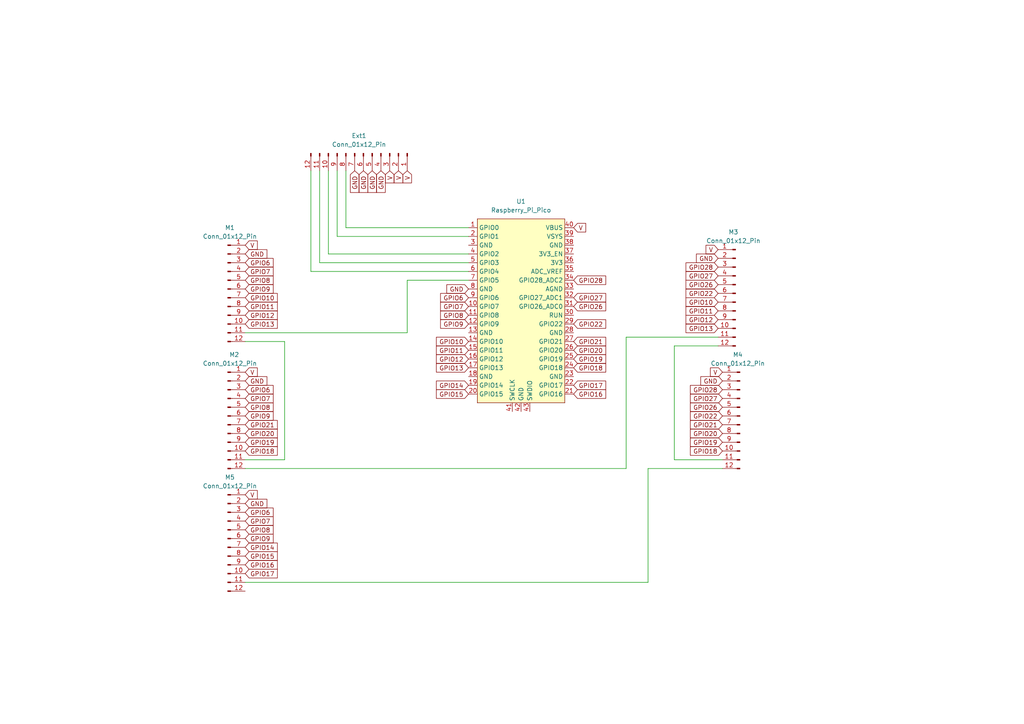
<source format=kicad_sch>
(kicad_sch (version 20231120) (generator "eeschema") (generator_version "8.0")
  (paper "A4")
  (lib_symbols
    (symbol "Connector:Conn_01x12_Pin" (pin_names (offset 1.016) hide)
      (property "Reference" "J" (at 0 15.24 0))
      (property "Value" "Conn_01x12_Pin" (at 0 -17.78 0))
      (symbol "Conn_01x12_Pin_1_1"
        (polyline (pts (xy 1.27 -15.24) (xy 0.8636 -15.24)) (stroke (width 0.1524)))
        (polyline (pts (xy 1.27 -12.7) (xy 0.8636 -12.7)) (stroke (width 0.1524)))
        (polyline (pts (xy 1.27 -10.16) (xy 0.8636 -10.16)) (stroke (width 0.1524)))
        (polyline (pts (xy 1.27 -7.62) (xy 0.8636 -7.62)) (stroke (width 0.1524)))
        (polyline (pts (xy 1.27 -5.08) (xy 0.8636 -5.08)) (stroke (width 0.1524)))
        (polyline (pts (xy 1.27 -2.54) (xy 0.8636 -2.54)) (stroke (width 0.1524)))
        (polyline (pts (xy 1.27 0) (xy 0.8636 0)) (stroke (width 0.1524)))
        (polyline (pts (xy 1.27 2.54) (xy 0.8636 2.54)) (stroke (width 0.1524)))
        (polyline (pts (xy 1.27 5.08) (xy 0.8636 5.08)) (stroke (width 0.1524)))
        (polyline (pts (xy 1.27 7.62) (xy 0.8636 7.62)) (stroke (width 0.1524)))
        (polyline (pts (xy 1.27 10.16) (xy 0.8636 10.16)) (stroke (width 0.1524)))
        (polyline (pts (xy 1.27 12.7) (xy 0.8636 12.7)) (stroke (width 0.1524)))
        (rectangle (start 0.8636 -15.113) (end 0 -15.367) (stroke (width 0.1524)) (fill (type outline)))
        (rectangle (start 0.8636 -12.573) (end 0 -12.827) (stroke (width 0.1524)) (fill (type outline)))
        (rectangle (start 0.8636 -10.033) (end 0 -10.287) (stroke (width 0.1524)) (fill (type outline)))
        (rectangle (start 0.8636 -7.493) (end 0 -7.747) (stroke (width 0.1524)) (fill (type outline)))
        (rectangle (start 0.8636 -4.953) (end 0 -5.207) (stroke (width 0.1524)) (fill (type outline)))
        (rectangle (start 0.8636 -2.413) (end 0 -2.667) (stroke (width 0.1524)) (fill (type outline)))
        (rectangle (start 0.8636 0.127) (end 0 -0.127) (stroke (width 0.1524)) (fill (type outline)))
        (rectangle (start 0.8636 2.667) (end 0 2.413) (stroke (width 0.1524)) (fill (type outline)))
        (rectangle (start 0.8636 5.207) (end 0 4.953) (stroke (width 0.1524)) (fill (type outline)))
        (rectangle (start 0.8636 7.747) (end 0 7.493) (stroke (width 0.1524)) (fill (type outline)))
        (rectangle (start 0.8636 10.287) (end 0 10.033) (stroke (width 0.1524)) (fill (type outline)))
        (rectangle (start 0.8636 12.827) (end 0 12.573) (stroke (width 0.1524)) (fill (type outline)))
        (pin passive line (at 5.08 12.7 180) (length 3.81) (name "Pin_1") (number "1"))
        (pin passive line (at 5.08 -10.16 180) (length 3.81) (name "Pin_10") (number "10"))
        (pin passive line (at 5.08 -12.7 180) (length 3.81) (name "Pin_11") (number "11"))
        (pin passive line (at 5.08 -15.24 180) (length 3.81) (name "Pin_12") (number "12"))
        (pin passive line (at 5.08 10.16 180) (length 3.81) (name "Pin_2") (number "2"))
        (pin passive line (at 5.08 7.62 180) (length 3.81) (name "Pin_3") (number "3"))
        (pin passive line (at 5.08 5.08 180) (length 3.81) (name "Pin_4") (number "4"))
        (pin passive line (at 5.08 2.54 180) (length 3.81) (name "Pin_5") (number "5"))
        (pin passive line (at 5.08 0 180) (length 3.81) (name "Pin_6") (number "6"))
        (pin passive line (at 5.08 -2.54 180) (length 3.81) (name "Pin_7") (number "7"))
        (pin passive line (at 5.08 -5.08 180) (length 3.81) (name "Pin_8") (number "8"))
        (pin passive line (at 5.08 -7.62 180) (length 3.81) (name "Pin_9") (number "9"))
      )
    )
    (symbol "ScottoKeebs:MCU_Raspberry_Pi_Pico"
      (property "Reference" "U" (at 0 0 0))
      (property "Value" "Raspberry_Pi_Pico" (at 0 27.94 0))
      (symbol "MCU_Raspberry_Pi_Pico_0_1"
        (rectangle (start -12.7 26.67) (end 12.7 -26.67) (fill (type background)))
      )
      (symbol "MCU_Raspberry_Pi_Pico_1_1"
        (pin bidirectional line (at -15.24 24.13 0) (length 2.54) (name "GPIO0") (number "1"))
        (pin bidirectional line (at -15.24 1.27 0) (length 2.54) (name "GPIO7") (number "10"))
        (pin bidirectional line (at -15.24 -1.27 0) (length 2.54) (name "GPIO8") (number "11"))
        (pin bidirectional line (at -15.24 -3.81 0) (length 2.54) (name "GPIO9") (number "12"))
        (pin power_in line (at -15.24 -6.35 0) (length 2.54) (name "GND") (number "13"))
        (pin bidirectional line (at -15.24 -8.89 0) (length 2.54) (name "GPIO10") (number "14"))
        (pin bidirectional line (at -15.24 -11.43 0) (length 2.54) (name "GPIO11") (number "15"))
        (pin bidirectional line (at -15.24 -13.97 0) (length 2.54) (name "GPIO12") (number "16"))
        (pin bidirectional line (at -15.24 -16.51 0) (length 2.54) (name "GPIO13") (number "17"))
        (pin power_in line (at -15.24 -19.05 0) (length 2.54) (name "GND") (number "18"))
        (pin bidirectional line (at -15.24 -21.59 0) (length 2.54) (name "GPIO14") (number "19"))
        (pin bidirectional line (at -15.24 21.59 0) (length 2.54) (name "GPIO1") (number "2"))
        (pin bidirectional line (at -15.24 -24.13 0) (length 2.54) (name "GPIO15") (number "20"))
        (pin bidirectional line (at 15.24 -24.13 180) (length 2.54) (name "GPIO16") (number "21"))
        (pin bidirectional line (at 15.24 -21.59 180) (length 2.54) (name "GPIO17") (number "22"))
        (pin power_in line (at 15.24 -19.05 180) (length 2.54) (name "GND") (number "23"))
        (pin bidirectional line (at 15.24 -16.51 180) (length 2.54) (name "GPIO18") (number "24"))
        (pin bidirectional line (at 15.24 -13.97 180) (length 2.54) (name "GPIO19") (number "25"))
        (pin bidirectional line (at 15.24 -11.43 180) (length 2.54) (name "GPIO20") (number "26"))
        (pin bidirectional line (at 15.24 -8.89 180) (length 2.54) (name "GPIO21") (number "27"))
        (pin power_in line (at 15.24 -6.35 180) (length 2.54) (name "GND") (number "28"))
        (pin bidirectional line (at 15.24 -3.81 180) (length 2.54) (name "GPIO22") (number "29"))
        (pin power_in line (at -15.24 19.05 0) (length 2.54) (name "GND") (number "3"))
        (pin input line (at 15.24 -1.27 180) (length 2.54) (name "RUN") (number "30"))
        (pin bidirectional line (at 15.24 1.27 180) (length 2.54) (name "GPIO26_ADC0") (number "31"))
        (pin bidirectional line (at 15.24 3.81 180) (length 2.54) (name "GPIO27_ADC1") (number "32"))
        (pin power_in line (at 15.24 6.35 180) (length 2.54) (name "AGND") (number "33"))
        (pin bidirectional line (at 15.24 8.89 180) (length 2.54) (name "GPIO28_ADC2") (number "34"))
        (pin power_in line (at 15.24 11.43 180) (length 2.54) (name "ADC_VREF") (number "35"))
        (pin power_in line (at 15.24 13.97 180) (length 2.54) (name "3V3") (number "36"))
        (pin input line (at 15.24 16.51 180) (length 2.54) (name "3V3_EN") (number "37"))
        (pin bidirectional line (at 15.24 19.05 180) (length 2.54) (name "GND") (number "38"))
        (pin power_in line (at 15.24 21.59 180) (length 2.54) (name "VSYS") (number "39"))
        (pin bidirectional line (at -15.24 16.51 0) (length 2.54) (name "GPIO2") (number "4"))
        (pin power_in line (at 15.24 24.13 180) (length 2.54) (name "VBUS") (number "40"))
        (pin input line (at -2.54 -29.21 90) (length 2.54) (name "SWCLK") (number "41"))
        (pin power_in line (at 0 -29.21 90) (length 2.54) (name "GND") (number "42"))
        (pin bidirectional line (at 2.54 -29.21 90) (length 2.54) (name "SWDIO") (number "43"))
        (pin bidirectional line (at -15.24 13.97 0) (length 2.54) (name "GPIO3") (number "5"))
        (pin bidirectional line (at -15.24 11.43 0) (length 2.54) (name "GPIO4") (number "6"))
        (pin bidirectional line (at -15.24 8.89 0) (length 2.54) (name "GPIO5") (number "7"))
        (pin power_in line (at -15.24 6.35 0) (length 2.54) (name "GND") (number "8"))
        (pin bidirectional line (at -15.24 3.81 0) (length 2.54) (name "GPIO6") (number "9"))
      )
    )
  )
  (wire (pts (xy 187.96 168.91) (xy 71.12 168.91)))
  (wire (pts (xy 100.33 66.04) (xy 100.33 49.53)))
  (wire (pts (xy 95.25 73.66) (xy 95.25 49.53)))
  (wire (pts (xy 209.55 135.89) (xy 187.96 135.89)))
  (wire (pts (xy 135.89 66.04) (xy 100.33 66.04)))
  (wire (pts (xy 195.58 100.33) (xy 195.58 133.35)))
  (wire (pts (xy 82.55 99.06) (xy 82.55 133.35)))
  (wire (pts (xy 71.12 99.06) (xy 82.55 99.06)))
  (wire (pts (xy 71.12 96.52) (xy 118.11 96.52)))
  (wire (pts (xy 181.61 97.79) (xy 208.28 97.79)))
  (wire (pts (xy 187.96 135.89) (xy 187.96 168.91)))
  (wire (pts (xy 92.71 49.53) (xy 92.71 76.2)))
  (wire (pts (xy 71.12 135.89) (xy 181.61 135.89)))
  (wire (pts (xy 208.28 100.33) (xy 195.58 100.33)))
  (wire (pts (xy 118.11 96.52) (xy 118.11 81.28)))
  (wire (pts (xy 97.79 68.58) (xy 135.89 68.58)))
  (wire (pts (xy 135.89 73.66) (xy 95.25 73.66)))
  (wire (pts (xy 90.17 78.74) (xy 90.17 49.53)))
  (wire (pts (xy 82.55 133.35) (xy 71.12 133.35)))
  (wire (pts (xy 195.58 133.35) (xy 209.55 133.35)))
  (wire (pts (xy 118.11 81.28) (xy 135.89 81.28)))
  (wire (pts (xy 92.71 76.2) (xy 135.89 76.2)))
  (wire (pts (xy 135.89 78.74) (xy 90.17 78.74)))
  (wire (pts (xy 181.61 135.89) (xy 181.61 97.79)))
  (wire (pts (xy 97.79 49.53) (xy 97.79 68.58)))
  (global_label "V" (shape input) (at 208.28 72.39 180) (property "Intersheetrefs" "${INTERSHEET_REFS}" (effects (hide yes))))
  (global_label "GPIO7" (shape input) (at 71.12 151.13 0) (property "Intersheetrefs" "${INTERSHEET_REFS}" (effects (hide yes))))
  (global_label "GPIO19" (shape input) (at 166.37 104.14 0) (property "Intersheetrefs" "${INTERSHEET_REFS}" (effects (hide yes))))
  (global_label "GPIO12" (shape input) (at 71.12 91.44 0) (property "Intersheetrefs" "${INTERSHEET_REFS}" (effects (hide yes))))
  (global_label "GPIO17" (shape input) (at 166.37 111.76 0) (property "Intersheetrefs" "${INTERSHEET_REFS}" (effects (hide yes))))
  (global_label "GPIO8" (shape input) (at 71.12 81.28 0) (property "Intersheetrefs" "${INTERSHEET_REFS}" (effects (hide yes))))
  (global_label "GPIO27" (shape input) (at 208.28 80.01 180) (property "Intersheetrefs" "${INTERSHEET_REFS}" (effects (hide yes))))
  (global_label "GPIO15" (shape input) (at 135.89 114.3 180) (property "Intersheetrefs" "${INTERSHEET_REFS}" (effects (hide yes))))
  (global_label "GPIO11" (shape input) (at 208.28 90.17 180) (property "Intersheetrefs" "${INTERSHEET_REFS}" (effects (hide yes))))
  (global_label "GPIO11" (shape input) (at 135.89 101.6 180) (property "Intersheetrefs" "${INTERSHEET_REFS}" (effects (hide yes))))
  (global_label "GPIO20" (shape input) (at 71.12 125.73 0) (property "Intersheetrefs" "${INTERSHEET_REFS}" (effects (hide yes))))
  (global_label "GPIO12" (shape input) (at 135.89 104.14 180) (property "Intersheetrefs" "${INTERSHEET_REFS}" (effects (hide yes))))
  (global_label "GPIO26" (shape input) (at 208.28 82.55 180) (property "Intersheetrefs" "${INTERSHEET_REFS}" (effects (hide yes))))
  (global_label "GPIO7" (shape input) (at 135.89 88.9 180) (property "Intersheetrefs" "${INTERSHEET_REFS}" (effects (hide yes))))
  (global_label "GPIO9" (shape input) (at 71.12 83.82 0) (property "Intersheetrefs" "${INTERSHEET_REFS}" (effects (hide yes))))
  (global_label "GND" (shape input) (at 209.55 110.49 180) (property "Intersheetrefs" "${INTERSHEET_REFS}" (effects (hide yes))))
  (global_label "GPIO7" (shape input) (at 71.12 78.74 0) (property "Intersheetrefs" "${INTERSHEET_REFS}" (effects (hide yes))))
  (global_label "GPIO6" (shape input) (at 71.12 113.03 0) (property "Intersheetrefs" "${INTERSHEET_REFS}" (effects (hide yes))))
  (global_label "GPIO18" (shape input) (at 209.55 130.81 180) (property "Intersheetrefs" "${INTERSHEET_REFS}" (effects (hide yes))))
  (global_label "V" (shape input) (at 115.57 49.53 270) (property "Intersheetrefs" "${INTERSHEET_REFS}" (effects (hide yes))))
  (global_label "GPIO22" (shape input) (at 208.28 85.09 180) (property "Intersheetrefs" "${INTERSHEET_REFS}" (effects (hide yes))))
  (global_label "GPIO15" (shape input) (at 71.12 161.29 0) (property "Intersheetrefs" "${INTERSHEET_REFS}" (effects (hide yes))))
  (global_label "V" (shape input) (at 71.12 71.12 0) (property "Intersheetrefs" "${INTERSHEET_REFS}" (effects (hide yes))))
  (global_label "GND" (shape input) (at 102.87 49.53 270) (property "Intersheetrefs" "${INTERSHEET_REFS}" (effects (hide yes))))
  (global_label "GND" (shape input) (at 110.49 49.53 270) (property "Intersheetrefs" "${INTERSHEET_REFS}" (effects (hide yes))))
  (global_label "GPIO12" (shape input) (at 208.28 92.71 180) (property "Intersheetrefs" "${INTERSHEET_REFS}" (effects (hide yes))))
  (global_label "GPIO27" (shape input) (at 166.37 86.36 0) (property "Intersheetrefs" "${INTERSHEET_REFS}" (effects (hide yes))))
  (global_label "GPIO28" (shape input) (at 208.28 77.47 180) (property "Intersheetrefs" "${INTERSHEET_REFS}" (effects (hide yes))))
  (global_label "GPIO22" (shape input) (at 209.55 120.65 180) (property "Intersheetrefs" "${INTERSHEET_REFS}" (effects (hide yes))))
  (global_label "GPIO7" (shape input) (at 71.12 115.57 0) (property "Intersheetrefs" "${INTERSHEET_REFS}" (effects (hide yes))))
  (global_label "V" (shape input) (at 113.03 49.53 270) (property "Intersheetrefs" "${INTERSHEET_REFS}" (effects (hide yes))))
  (global_label "GPIO26" (shape input) (at 166.37 88.9 0) (property "Intersheetrefs" "${INTERSHEET_REFS}" (effects (hide yes))))
  (global_label "GPIO6" (shape input) (at 135.89 86.36 180) (property "Intersheetrefs" "${INTERSHEET_REFS}" (effects (hide yes))))
  (global_label "GPIO28" (shape input) (at 209.55 113.03 180) (property "Intersheetrefs" "${INTERSHEET_REFS}" (effects (hide yes))))
  (global_label "V" (shape input) (at 71.12 107.95 0) (property "Intersheetrefs" "${INTERSHEET_REFS}" (effects (hide yes))))
  (global_label "GPIO16" (shape input) (at 166.37 114.3 0) (property "Intersheetrefs" "${INTERSHEET_REFS}" (effects (hide yes))))
  (global_label "GPIO22" (shape input) (at 166.37 93.98 0) (property "Intersheetrefs" "${INTERSHEET_REFS}" (effects (hide yes))))
  (global_label "GPIO11" (shape input) (at 71.12 88.9 0) (property "Intersheetrefs" "${INTERSHEET_REFS}" (effects (hide yes))))
  (global_label "GPIO14" (shape input) (at 135.89 111.76 180) (property "Intersheetrefs" "${INTERSHEET_REFS}" (effects (hide yes))))
  (global_label "GPIO20" (shape input) (at 209.55 125.73 180) (property "Intersheetrefs" "${INTERSHEET_REFS}" (effects (hide yes))))
  (global_label "GND" (shape input) (at 105.41 49.53 270) (property "Intersheetrefs" "${INTERSHEET_REFS}" (effects (hide yes))))
  (global_label "GPIO9" (shape input) (at 71.12 120.65 0) (property "Intersheetrefs" "${INTERSHEET_REFS}" (effects (hide yes))))
  (global_label "GPIO8" (shape input) (at 71.12 153.67 0) (property "Intersheetrefs" "${INTERSHEET_REFS}" (effects (hide yes))))
  (global_label "GPIO16" (shape input) (at 71.12 163.83 0) (property "Intersheetrefs" "${INTERSHEET_REFS}" (effects (hide yes))))
  (global_label "GPIO13" (shape input) (at 208.28 95.25 180) (property "Intersheetrefs" "${INTERSHEET_REFS}" (effects (hide yes))))
  (global_label "GPIO28" (shape input) (at 166.37 81.28 0) (property "Intersheetrefs" "${INTERSHEET_REFS}" (effects (hide yes))))
  (global_label "GPIO27" (shape input) (at 209.55 115.57 180) (property "Intersheetrefs" "${INTERSHEET_REFS}" (effects (hide yes))))
  (global_label "GND" (shape input) (at 208.28 74.93 180) (property "Intersheetrefs" "${INTERSHEET_REFS}" (effects (hide yes))))
  (global_label "GPIO21" (shape input) (at 209.55 123.19 180) (property "Intersheetrefs" "${INTERSHEET_REFS}" (effects (hide yes))))
  (global_label "V" (shape input) (at 71.12 143.51 0) (property "Intersheetrefs" "${INTERSHEET_REFS}" (effects (hide yes))))
  (global_label "GPIO14" (shape input) (at 71.12 158.75 0) (property "Intersheetrefs" "${INTERSHEET_REFS}" (effects (hide yes))))
  (global_label "GPIO21" (shape input) (at 166.37 99.06 0) (property "Intersheetrefs" "${INTERSHEET_REFS}" (effects (hide yes))))
  (global_label "GPIO13" (shape input) (at 135.89 106.68 180) (property "Intersheetrefs" "${INTERSHEET_REFS}" (effects (hide yes))))
  (global_label "GPIO10" (shape input) (at 208.28 87.63 180) (property "Intersheetrefs" "${INTERSHEET_REFS}" (effects (hide yes))))
  (global_label "GPIO9" (shape input) (at 135.89 93.98 180) (property "Intersheetrefs" "${INTERSHEET_REFS}" (effects (hide yes))))
  (global_label "GPIO18" (shape input) (at 166.37 106.68 0) (property "Intersheetrefs" "${INTERSHEET_REFS}" (effects (hide yes))))
  (global_label "GPIO21" (shape input) (at 71.12 123.19 0) (property "Intersheetrefs" "${INTERSHEET_REFS}" (effects (hide yes))))
  (global_label "GPIO10" (shape input) (at 135.89 99.06 180) (property "Intersheetrefs" "${INTERSHEET_REFS}" (effects (hide yes))))
  (global_label "GPIO19" (shape input) (at 209.55 128.27 180) (property "Intersheetrefs" "${INTERSHEET_REFS}" (effects (hide yes))))
  (global_label "GPIO6" (shape input) (at 71.12 148.59 0) (property "Intersheetrefs" "${INTERSHEET_REFS}" (effects (hide yes))))
  (global_label "GND" (shape input) (at 71.12 110.49 0) (property "Intersheetrefs" "${INTERSHEET_REFS}" (effects (hide yes))))
  (global_label "GPIO10" (shape input) (at 71.12 86.36 0) (property "Intersheetrefs" "${INTERSHEET_REFS}" (effects (hide yes))))
  (global_label "GPIO8" (shape input) (at 135.89 91.44 180) (property "Intersheetrefs" "${INTERSHEET_REFS}" (effects (hide yes))))
  (global_label "V" (shape input) (at 118.11 49.53 270) (property "Intersheetrefs" "${INTERSHEET_REFS}" (effects (hide yes))))
  (global_label "GND" (shape input) (at 135.89 83.82 180) (property "Intersheetrefs" "${INTERSHEET_REFS}" (effects (hide yes))))
  (global_label "GND" (shape input) (at 71.12 146.05 0) (property "Intersheetrefs" "${INTERSHEET_REFS}" (effects (hide yes))))
  (global_label "GPIO18" (shape input) (at 71.12 130.81 0) (property "Intersheetrefs" "${INTERSHEET_REFS}" (effects (hide yes))))
  (global_label "GPIO17" (shape input) (at 71.12 166.37 0) (property "Intersheetrefs" "${INTERSHEET_REFS}" (effects (hide yes))))
  (global_label "GPIO19" (shape input) (at 71.12 128.27 0) (property "Intersheetrefs" "${INTERSHEET_REFS}" (effects (hide yes))))
  (global_label "GPIO9" (shape input) (at 71.12 156.21 0) (property "Intersheetrefs" "${INTERSHEET_REFS}" (effects (hide yes))))
  (global_label "GPIO13" (shape input) (at 71.12 93.98 0) (property "Intersheetrefs" "${INTERSHEET_REFS}" (effects (hide yes))))
  (global_label "GPIO6" (shape input) (at 71.12 76.2 0) (property "Intersheetrefs" "${INTERSHEET_REFS}" (effects (hide yes))))
  (global_label "GND" (shape input) (at 71.12 73.66 0) (property "Intersheetrefs" "${INTERSHEET_REFS}" (effects (hide yes))))
  (global_label "GPIO8" (shape input) (at 71.12 118.11 0) (property "Intersheetrefs" "${INTERSHEET_REFS}" (effects (hide yes))))
  (global_label "GPIO26" (shape input) (at 209.55 118.11 180) (property "Intersheetrefs" "${INTERSHEET_REFS}" (effects (hide yes))))
  (global_label "V" (shape input) (at 209.55 107.95 180) (property "Intersheetrefs" "${INTERSHEET_REFS}" (effects (hide yes))))
  (global_label "GND" (shape input) (at 107.95 49.53 270) (property "Intersheetrefs" "${INTERSHEET_REFS}" (effects (hide yes))))
  (global_label "GPIO20" (shape input) (at 166.37 101.6 0) (property "Intersheetrefs" "${INTERSHEET_REFS}" (effects (hide yes))))
  (global_label "V" (shape input) (at 166.37 66.04 0) (property "Intersheetrefs" "${INTERSHEET_REFS}" (effects (hide yes))))
  (symbol (lib_id "Connector:Conn_01x12_Pin") (at 66.04 156.21 0) (unit 1)
    (property "Reference" "M5" (at 66.675 138.43 0))
    (property "Value" "Conn_01x12_Pin" (at 66.675 140.97 0))
    (property "Footprint" "Connector_PinHeader_2.00mm:PinHeader_1x12_P2.00mm_Vertical" (effects (hide yes)))
    (property "Description" "Generic connector, single row, 01x12, script generated" (effects (hide yes)))
  )
  (symbol (lib_id "Connector:Conn_01x12_Pin") (at 105.41 44.45 270) (unit 1)
    (property "Reference" "Ext1" (at 104.14 39.37 90))
    (property "Value" "Conn_01x12_Pin" (at 104.14 41.91 90))
    (property "Footprint" "Connector_PinHeader_2.00mm:PinHeader_1x12_P2.00mm_Vertical" (effects (hide yes)))
    (property "Description" "Generic connector, single row, 01x12, script generated" (effects (hide yes)))
  )
  (symbol (lib_id "ScottoKeebs:MCU_Raspberry_Pi_Pico") (at 151.13 90.17 0) (unit 1)
    (property "Reference" "U1" (at 151.13 58.42 0))
    (property "Value" "Raspberry_Pi_Pico" (at 151.13 60.96 0))
    (property "Footprint" "ScottoKeebs_MCU:Raspberry_Pi_Pico" (effects (hide yes)))
  )
  (symbol (lib_id "Connector:Conn_01x12_Pin") (at 66.04 120.65 0) (unit 1)
    (property "Reference" "M2" (at 67.945 102.87 0))
    (property "Value" "Conn_01x12_Pin" (at 66.675 105.41 0))
    (property "Footprint" "Connector_PinHeader_2.00mm:PinHeader_1x12_P2.00mm_Vertical" (effects (hide yes)))
    (property "Description" "Generic connector, single row, 01x12, script generated" (effects (hide yes)))
  )
  (symbol (lib_id "Connector:Conn_01x12_Pin") (at 66.04 83.82 0) (unit 1)
    (property "Reference" "M1" (at 66.675 66.04 0))
    (property "Value" "Conn_01x12_Pin" (at 66.675 68.58 0))
    (property "Footprint" "Connector_PinHeader_2.00mm:PinHeader_1x12_P2.00mm_Vertical" (effects (hide yes)))
    (property "Description" "Generic connector, single row, 01x12, script generated" (effects (hide yes)))
  )
  (symbol (lib_id "Connector:Conn_01x12_Pin") (at 214.63 120.65 0) (mirror y) (unit 1)
    (property "Reference" "M4" (at 213.995 102.87 0))
    (property "Value" "Conn_01x12_Pin" (at 213.995 105.41 0))
    (property "Footprint" "Connector_PinHeader_2.00mm:PinHeader_1x12_P2.00mm_Vertical" (effects (hide yes)))
    (property "Description" "Generic connector, single row, 01x12, script generated" (effects (hide yes)))
  )
  (symbol (lib_id "Connector:Conn_01x12_Pin") (at 213.36 85.09 0) (mirror y) (unit 1)
    (property "Reference" "M3" (at 212.725 67.31 0))
    (property "Value" "Conn_01x12_Pin" (at 212.725 69.85 0))
    (property "Footprint" "Connector_PinHeader_2.00mm:PinHeader_1x12_P2.00mm_Vertical" (effects (hide yes)))
    (property "Description" "Generic connector, single row, 01x12, script generated" (effects (hide yes)))
  )
)
</source>
